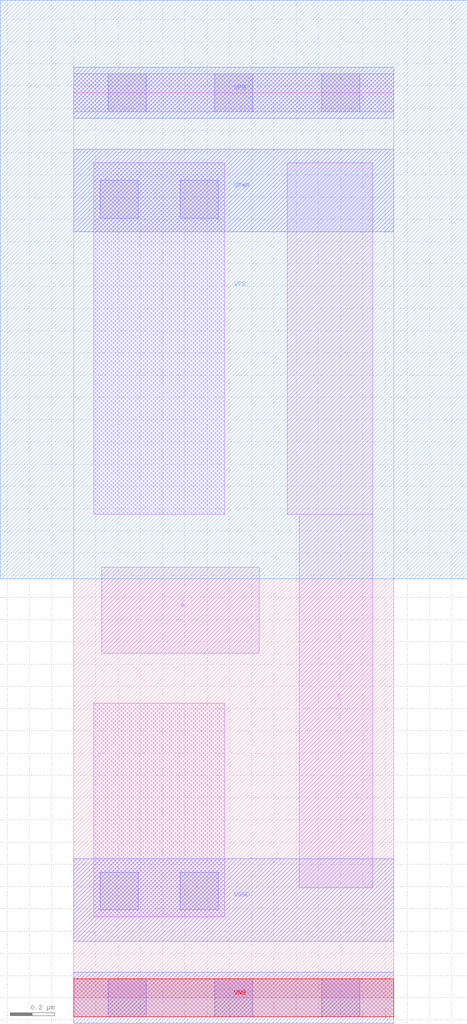
<source format=lef>
# Copyright 2020 The SkyWater PDK Authors
#
# Licensed under the Apache License, Version 2.0 (the "License");
# you may not use this file except in compliance with the License.
# You may obtain a copy of the License at
#
#     https://www.apache.org/licenses/LICENSE-2.0
#
# Unless required by applicable law or agreed to in writing, software
# distributed under the License is distributed on an "AS IS" BASIS,
# WITHOUT WARRANTIES OR CONDITIONS OF ANY KIND, either express or implied.
# See the License for the specific language governing permissions and
# limitations under the License.
#
# SPDX-License-Identifier: Apache-2.0

VERSION 5.7 ;
  NOWIREEXTENSIONATPIN ON ;
  DIVIDERCHAR "/" ;
  BUSBITCHARS "[]" ;
MACRO sky130_fd_sc_hvl__inv_1
  CLASS CORE ;
  FOREIGN sky130_fd_sc_hvl__inv_1 ;
  ORIGIN  0.000000  0.000000 ;
  SIZE  1.440000 BY  4.070000 ;
  SYMMETRY X Y ;
  SITE unithv ;
  PIN A
    ANTENNAGATEAREA  1.125000 ;
    DIRECTION INPUT ;
    USE SIGNAL ;
    PORT
      LAYER li1 ;
        RECT 0.125000 1.550000 0.835000 1.935000 ;
    END
  END A
  PIN Y
    ANTENNADIFFAREA  0.641250 ;
    DIRECTION OUTPUT ;
    USE SIGNAL ;
    PORT
      LAYER li1 ;
        RECT 0.960000 2.175000 1.345000 3.755000 ;
        RECT 1.015000 0.495000 1.345000 2.175000 ;
    END
  END Y
  PIN VGND
    DIRECTION INOUT ;
    USE GROUND ;
    PORT
      LAYER met1 ;
        RECT 0.000000 0.255000 1.440000 0.625000 ;
    END
  END VGND
  PIN VNB
    DIRECTION INOUT ;
    USE GROUND ;
    PORT
      LAYER met1 ;
        RECT 0.000000 -0.115000 1.440000 0.115000 ;
      LAYER pwell ;
        RECT 0.000000 -0.085000 1.440000 0.085000 ;
    END
  END VNB
  PIN VPB
    DIRECTION INOUT ;
    USE POWER ;
    PORT
      LAYER met1 ;
        RECT 0.000000 3.955000 1.440000 4.185000 ;
      LAYER nwell ;
        RECT -0.330000 1.885000 1.770000 4.485000 ;
    END
  END VPB
  PIN VPWR
    DIRECTION INOUT ;
    USE POWER ;
    PORT
      LAYER met1 ;
        RECT 0.000000 3.445000 1.440000 3.815000 ;
    END
  END VPWR
  OBS
    LAYER li1 ;
      RECT 0.000000 -0.085000 1.440000 0.085000 ;
      RECT 0.000000  3.985000 1.440000 4.155000 ;
      RECT 0.090000  0.365000 0.680000 1.325000 ;
      RECT 0.090000  2.175000 0.680000 3.755000 ;
    LAYER mcon ;
      RECT 0.120000  0.395000 0.290000 0.565000 ;
      RECT 0.120000  3.505000 0.290000 3.675000 ;
      RECT 0.155000 -0.085000 0.325000 0.085000 ;
      RECT 0.155000  3.985000 0.325000 4.155000 ;
      RECT 0.480000  0.395000 0.650000 0.565000 ;
      RECT 0.480000  3.505000 0.650000 3.675000 ;
      RECT 0.635000 -0.085000 0.805000 0.085000 ;
      RECT 0.635000  3.985000 0.805000 4.155000 ;
      RECT 1.115000 -0.085000 1.285000 0.085000 ;
      RECT 1.115000  3.985000 1.285000 4.155000 ;
  END
END sky130_fd_sc_hvl__inv_1
END LIBRARY

</source>
